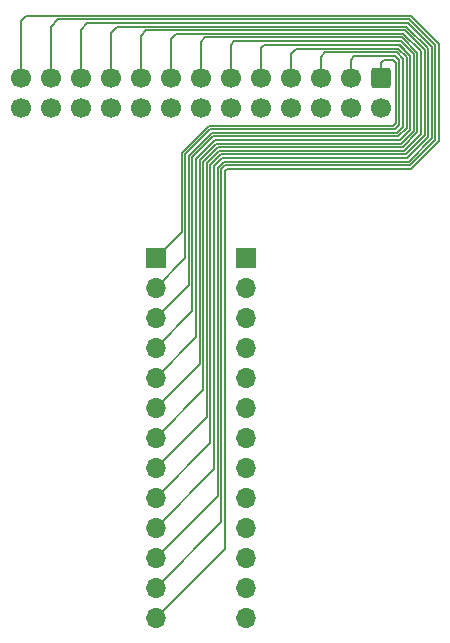
<source format=gbl>
%TF.GenerationSoftware,KiCad,Pcbnew,(6.0.2)*%
%TF.CreationDate,2022-02-16T12:22:25-06:00*%
%TF.ProjectId,BreadboardAdapter26,42726561-6462-46f6-9172-644164617074,rev?*%
%TF.SameCoordinates,Original*%
%TF.FileFunction,Copper,L2,Bot*%
%TF.FilePolarity,Positive*%
%FSLAX46Y46*%
G04 Gerber Fmt 4.6, Leading zero omitted, Abs format (unit mm)*
G04 Created by KiCad (PCBNEW (6.0.2)) date 2022-02-16 12:22:25*
%MOMM*%
%LPD*%
G01*
G04 APERTURE LIST*
G04 Aperture macros list*
%AMRoundRect*
0 Rectangle with rounded corners*
0 $1 Rounding radius*
0 $2 $3 $4 $5 $6 $7 $8 $9 X,Y pos of 4 corners*
0 Add a 4 corners polygon primitive as box body*
4,1,4,$2,$3,$4,$5,$6,$7,$8,$9,$2,$3,0*
0 Add four circle primitives for the rounded corners*
1,1,$1+$1,$2,$3*
1,1,$1+$1,$4,$5*
1,1,$1+$1,$6,$7*
1,1,$1+$1,$8,$9*
0 Add four rect primitives between the rounded corners*
20,1,$1+$1,$2,$3,$4,$5,0*
20,1,$1+$1,$4,$5,$6,$7,0*
20,1,$1+$1,$6,$7,$8,$9,0*
20,1,$1+$1,$8,$9,$2,$3,0*%
G04 Aperture macros list end*
%TA.AperFunction,ComponentPad*%
%ADD10RoundRect,0.250000X-0.600000X0.600000X-0.600000X-0.600000X0.600000X-0.600000X0.600000X0.600000X0*%
%TD*%
%TA.AperFunction,ComponentPad*%
%ADD11C,1.700000*%
%TD*%
%TA.AperFunction,ComponentPad*%
%ADD12R,1.700000X1.700000*%
%TD*%
%TA.AperFunction,ComponentPad*%
%ADD13O,1.700000X1.700000*%
%TD*%
%TA.AperFunction,Conductor*%
%ADD14C,0.152400*%
%TD*%
G04 APERTURE END LIST*
D10*
%TO.P,J1,1,Pin_1*%
%TO.N,Net-(J1-Pad1)*%
X151130000Y-39370000D03*
D11*
%TO.P,J1,2,Pin_2*%
%TO.N,Net-(J1-Pad2)*%
X151130000Y-41910000D03*
%TO.P,J1,3,Pin_3*%
%TO.N,Net-(J1-Pad3)*%
X148590000Y-39370000D03*
%TO.P,J1,4,Pin_4*%
%TO.N,Net-(J1-Pad4)*%
X148590000Y-41910000D03*
%TO.P,J1,5,Pin_5*%
%TO.N,Net-(J1-Pad5)*%
X146050000Y-39370000D03*
%TO.P,J1,6,Pin_6*%
%TO.N,Net-(J1-Pad6)*%
X146050000Y-41910000D03*
%TO.P,J1,7,Pin_7*%
%TO.N,Net-(J1-Pad7)*%
X143510000Y-39370000D03*
%TO.P,J1,8,Pin_8*%
%TO.N,Net-(J1-Pad8)*%
X143510000Y-41910000D03*
%TO.P,J1,9,Pin_9*%
%TO.N,Net-(J1-Pad9)*%
X140970000Y-39370000D03*
%TO.P,J1,10,Pin_10*%
%TO.N,Net-(J1-Pad10)*%
X140970000Y-41910000D03*
%TO.P,J1,11,Pin_11*%
%TO.N,Net-(J1-Pad11)*%
X138430000Y-39370000D03*
%TO.P,J1,12,Pin_12*%
%TO.N,Net-(J1-Pad12)*%
X138430000Y-41910000D03*
%TO.P,J1,13,Pin_13*%
%TO.N,Net-(J1-Pad13)*%
X135890000Y-39370000D03*
%TO.P,J1,14,Pin_14*%
%TO.N,Net-(J1-Pad14)*%
X135890000Y-41910000D03*
%TO.P,J1,15,Pin_15*%
%TO.N,Net-(J1-Pad15)*%
X133350000Y-39370000D03*
%TO.P,J1,16,Pin_16*%
%TO.N,Net-(J1-Pad16)*%
X133350000Y-41910000D03*
%TO.P,J1,17,Pin_17*%
%TO.N,Net-(J1-Pad17)*%
X130810000Y-39370000D03*
%TO.P,J1,18,Pin_18*%
%TO.N,Net-(J1-Pad18)*%
X130810000Y-41910000D03*
%TO.P,J1,19,Pin_19*%
%TO.N,Net-(J1-Pad19)*%
X128270000Y-39370000D03*
%TO.P,J1,20,Pin_20*%
%TO.N,Net-(J1-Pad20)*%
X128270000Y-41910000D03*
%TO.P,J1,21,Pin_21*%
%TO.N,Net-(J1-Pad21)*%
X125730000Y-39370000D03*
%TO.P,J1,22,Pin_22*%
%TO.N,Net-(J1-Pad22)*%
X125730000Y-41910000D03*
%TO.P,J1,23,Pin_23*%
%TO.N,Net-(J1-Pad23)*%
X123190000Y-39370000D03*
%TO.P,J1,24,Pin_24*%
%TO.N,Net-(J1-Pad24)*%
X123190000Y-41910000D03*
%TO.P,J1,25,Pin_25*%
%TO.N,Net-(J1-Pad25)*%
X120650000Y-39370000D03*
%TO.P,J1,26,Pin_26*%
%TO.N,Net-(J1-Pad26)*%
X120650000Y-41910000D03*
%TD*%
D12*
%TO.P,J3,1,Pin_1*%
%TO.N,Net-(J1-Pad2)*%
X139700000Y-54610000D03*
D13*
%TO.P,J3,2,Pin_2*%
%TO.N,Net-(J1-Pad4)*%
X139700000Y-57150000D03*
%TO.P,J3,3,Pin_3*%
%TO.N,Net-(J1-Pad6)*%
X139700000Y-59690000D03*
%TO.P,J3,4,Pin_4*%
%TO.N,Net-(J1-Pad8)*%
X139700000Y-62230000D03*
%TO.P,J3,5,Pin_5*%
%TO.N,Net-(J1-Pad10)*%
X139700000Y-64770000D03*
%TO.P,J3,6,Pin_6*%
%TO.N,Net-(J1-Pad12)*%
X139700000Y-67310000D03*
%TO.P,J3,7,Pin_7*%
%TO.N,Net-(J1-Pad14)*%
X139700000Y-69850000D03*
%TO.P,J3,8,Pin_8*%
%TO.N,Net-(J1-Pad16)*%
X139700000Y-72390000D03*
%TO.P,J3,9,Pin_9*%
%TO.N,Net-(J1-Pad18)*%
X139700000Y-74930000D03*
%TO.P,J3,10,Pin_10*%
%TO.N,Net-(J1-Pad20)*%
X139700000Y-77470000D03*
%TO.P,J3,11,Pin_11*%
%TO.N,Net-(J1-Pad22)*%
X139700000Y-80010000D03*
%TO.P,J3,12,Pin_12*%
%TO.N,Net-(J1-Pad24)*%
X139700000Y-82550000D03*
%TO.P,J3,13,Pin_13*%
%TO.N,Net-(J1-Pad26)*%
X139700000Y-85090000D03*
%TD*%
D12*
%TO.P,J2,1,Pin_1*%
%TO.N,Net-(J1-Pad1)*%
X132080000Y-54610000D03*
D13*
%TO.P,J2,2,Pin_2*%
%TO.N,Net-(J1-Pad3)*%
X132080000Y-57150000D03*
%TO.P,J2,3,Pin_3*%
%TO.N,Net-(J1-Pad5)*%
X132080000Y-59690000D03*
%TO.P,J2,4,Pin_4*%
%TO.N,Net-(J1-Pad7)*%
X132080000Y-62230000D03*
%TO.P,J2,5,Pin_5*%
%TO.N,Net-(J1-Pad9)*%
X132080000Y-64770000D03*
%TO.P,J2,6,Pin_6*%
%TO.N,Net-(J1-Pad11)*%
X132080000Y-67310000D03*
%TO.P,J2,7,Pin_7*%
%TO.N,Net-(J1-Pad13)*%
X132080000Y-69850000D03*
%TO.P,J2,8,Pin_8*%
%TO.N,Net-(J1-Pad15)*%
X132080000Y-72390000D03*
%TO.P,J2,9,Pin_9*%
%TO.N,Net-(J1-Pad17)*%
X132080000Y-74930000D03*
%TO.P,J2,10,Pin_10*%
%TO.N,Net-(J1-Pad19)*%
X132080000Y-77470000D03*
%TO.P,J2,11,Pin_11*%
%TO.N,Net-(J1-Pad21)*%
X132080000Y-80010000D03*
%TO.P,J2,12,Pin_12*%
%TO.N,Net-(J1-Pad23)*%
X132080000Y-82550000D03*
%TO.P,J2,13,Pin_13*%
%TO.N,Net-(J1-Pad25)*%
X132080000Y-85090000D03*
%TD*%
D14*
%TO.N,Net-(J1-Pad1)*%
X151384000Y-37846000D02*
X152146000Y-37846000D01*
X152400000Y-43180000D02*
X152146000Y-43434000D01*
X151130000Y-39370000D02*
X151130000Y-38100000D01*
X136567521Y-43434000D02*
X134270160Y-45731361D01*
X152400000Y-38100000D02*
X152400000Y-43180000D01*
X134270160Y-52419840D02*
X132080000Y-54610000D01*
X152146000Y-43434000D02*
X136567521Y-43434000D01*
X152146000Y-37846000D02*
X152400000Y-38100000D01*
X151130000Y-38100000D02*
X151384000Y-37846000D01*
X134270160Y-45731361D02*
X134270160Y-52419840D01*
%TO.N,Net-(J1-Pad3)*%
X132080000Y-57150000D02*
X134574480Y-54655520D01*
X152704320Y-43383680D02*
X152704320Y-37896320D01*
X138684000Y-43738320D02*
X152349680Y-43738320D01*
X134574480Y-45857414D02*
X136693574Y-43738320D01*
X148590000Y-37846000D02*
X148590000Y-39370000D01*
X152349680Y-43738320D02*
X152704320Y-43383680D01*
X152349680Y-37541680D02*
X148894320Y-37541680D01*
X152704320Y-37896320D02*
X152349680Y-37541680D01*
X136693574Y-43738320D02*
X140411680Y-43738320D01*
X148894320Y-37541680D02*
X148590000Y-37846000D01*
X134574480Y-54655520D02*
X134574480Y-45857414D01*
%TO.N,Net-(J1-Pad5)*%
X146404640Y-37237360D02*
X146050000Y-37592000D01*
X137581629Y-44042640D02*
X141478000Y-44042640D01*
X152475733Y-37237360D02*
X146404640Y-37237360D01*
X134878800Y-56891200D02*
X134878800Y-45983467D01*
X136819627Y-44042640D02*
X139800640Y-44042640D01*
X153008640Y-43509734D02*
X153008640Y-37770267D01*
X134878800Y-45983467D02*
X136819627Y-44042640D01*
X138684000Y-44042640D02*
X152475734Y-44042640D01*
X152475734Y-44042640D02*
X153008640Y-43509734D01*
X146050000Y-37592000D02*
X146050000Y-39370000D01*
X132080000Y-59690000D02*
X134878800Y-56891200D01*
X153008640Y-37770267D02*
X152475733Y-37237360D01*
%TO.N,Net-(J1-Pad7)*%
X136945680Y-44346960D02*
X135183120Y-46109520D01*
X135183120Y-59126880D02*
X132080000Y-62230000D01*
X143914960Y-36933040D02*
X152601786Y-36933040D01*
X143510000Y-39370000D02*
X143510000Y-37338000D01*
X153312960Y-37644214D02*
X153312960Y-43635787D01*
X152601787Y-44346960D02*
X138684000Y-44346960D01*
X135183120Y-46109520D02*
X135183120Y-59126880D01*
X152601786Y-36933040D02*
X153312960Y-37644214D01*
X153312960Y-43635787D02*
X152601787Y-44346960D01*
X140462000Y-44346960D02*
X136945680Y-44346960D01*
X143510000Y-37338000D02*
X143914960Y-36933040D01*
%TO.N,Net-(J1-Pad9)*%
X152727840Y-44651280D02*
X153617280Y-43761841D01*
X140970000Y-36830000D02*
X141224000Y-36576000D01*
X135487440Y-61362560D02*
X135487440Y-46235573D01*
X153617280Y-37518160D02*
X152727840Y-36628720D01*
X140970000Y-39370000D02*
X140970000Y-36830000D01*
X137071733Y-44651280D02*
X152727840Y-44651280D01*
X132080000Y-64770000D02*
X135487440Y-61362560D01*
X153617280Y-37518161D02*
X153617280Y-43761841D01*
X141224000Y-36576000D02*
X152675119Y-36576000D01*
X152675119Y-36576000D02*
X153617280Y-37518161D01*
X153617280Y-43761841D02*
X153617280Y-37518160D01*
X135487440Y-46235573D02*
X137071733Y-44651280D01*
%TO.N,Net-(J1-Pad11)*%
X152853893Y-44955600D02*
X153921600Y-43887895D01*
X135791760Y-46361626D02*
X137197786Y-44955600D01*
X138430000Y-36576000D02*
X138430000Y-39370000D01*
X135791760Y-63598240D02*
X135791760Y-46361626D01*
X152801172Y-36271680D02*
X138734320Y-36271680D01*
X153921600Y-43887895D02*
X153921600Y-37392108D01*
X138734320Y-36271680D02*
X138430000Y-36576000D01*
X153921600Y-37392108D02*
X152801172Y-36271680D01*
X132080000Y-67310000D02*
X135791760Y-63598240D01*
X137197786Y-44955600D02*
X152853893Y-44955600D01*
%TO.N,Net-(J1-Pad13)*%
X154225920Y-37266055D02*
X152927225Y-35967360D01*
X154225920Y-44013949D02*
X154225920Y-37266055D01*
X136096080Y-46487679D02*
X137323839Y-45259920D01*
X152927225Y-35967360D02*
X136244640Y-35967360D01*
X136096080Y-65833920D02*
X136096080Y-46487679D01*
X135890000Y-36322000D02*
X135890000Y-39370000D01*
X136244640Y-35967360D02*
X135890000Y-36322000D01*
X152979946Y-45259920D02*
X154225920Y-44013949D01*
X137323839Y-45259920D02*
X152979946Y-45259920D01*
X132080000Y-69850000D02*
X136096080Y-65833920D01*
%TO.N,Net-(J1-Pad15)*%
X154530240Y-44139999D02*
X153105999Y-45564240D01*
X154530240Y-37140002D02*
X154530240Y-44040240D01*
X154530240Y-44040240D02*
X154530240Y-44140003D01*
X133754960Y-35663040D02*
X153053278Y-35663040D01*
X133350000Y-39370000D02*
X133350000Y-36068000D01*
X136400400Y-46613732D02*
X136400400Y-68069600D01*
X153053278Y-35663040D02*
X154530240Y-37140002D01*
X153105999Y-45564240D02*
X137449892Y-45564240D01*
X154530240Y-44040240D02*
X154530240Y-44139999D01*
X136400400Y-68069600D02*
X132080000Y-72390000D01*
X137449892Y-45564240D02*
X136400400Y-46613732D01*
X133350000Y-36068000D02*
X133754960Y-35663040D01*
%TO.N,Net-(J1-Pad17)*%
X154834560Y-44266053D02*
X153232052Y-45868560D01*
X136704720Y-70305280D02*
X136704720Y-46739784D01*
X153232052Y-45868560D02*
X138684000Y-45868560D01*
X130810000Y-35814000D02*
X131265280Y-35358720D01*
X136704720Y-46739784D02*
X137575945Y-45868560D01*
X137575945Y-45868560D02*
X139446000Y-45868560D01*
X130810000Y-39370000D02*
X130810000Y-35814000D01*
X153179331Y-35358720D02*
X154834560Y-37013949D01*
X131265280Y-35358720D02*
X153179331Y-35358720D01*
X132080000Y-74930000D02*
X136704720Y-70305280D01*
X154834560Y-37013949D02*
X154834560Y-44266053D01*
%TO.N,Net-(J1-Pad19)*%
X137009040Y-72540960D02*
X137009040Y-46865838D01*
X128775600Y-35054400D02*
X128270000Y-35560000D01*
X153358105Y-46172880D02*
X155138880Y-44392107D01*
X155138880Y-36887896D02*
X153305384Y-35054400D01*
X155138880Y-44392107D02*
X155138880Y-36887896D01*
X153305384Y-35054400D02*
X128775600Y-35054400D01*
X128270000Y-35560000D02*
X128270000Y-39370000D01*
X137701998Y-46172880D02*
X153358105Y-46172880D01*
X132080000Y-77470000D02*
X137009040Y-72540960D01*
X137009040Y-46865838D02*
X137701998Y-46172880D01*
%TO.N,Net-(J1-Pad21)*%
X153431437Y-34750080D02*
X126285920Y-34750080D01*
X153479358Y-46482000D02*
X155443200Y-44518158D01*
X155443200Y-36761843D02*
X153431437Y-34750080D01*
X155443200Y-44518158D02*
X155443200Y-36761843D01*
X132080000Y-80010000D02*
X137313360Y-74776640D01*
X125730000Y-35306000D02*
X125730000Y-39370000D01*
X126285920Y-34750080D02*
X125730000Y-35306000D01*
X137313360Y-74776640D02*
X137313360Y-46991892D01*
X137313360Y-46991892D02*
X137823252Y-46482000D01*
X137823252Y-46482000D02*
X153479358Y-46482000D01*
%TO.N,Net-(J1-Pad23)*%
X137617680Y-47117946D02*
X137949311Y-46786315D01*
X155747520Y-44644211D02*
X153605411Y-46786320D01*
X123190000Y-35052000D02*
X123796240Y-34445760D01*
X132080000Y-82550000D02*
X137617680Y-77012320D01*
X123796240Y-34445760D02*
X153557490Y-34445760D01*
X137949305Y-46786317D02*
X139700000Y-46786317D01*
X123190000Y-39370000D02*
X123190000Y-35052000D01*
X137617680Y-77012320D02*
X137617680Y-47117946D01*
X153605411Y-46786320D02*
X139700000Y-46786320D01*
X155747520Y-36635790D02*
X155747520Y-44644211D01*
X153557490Y-34445760D02*
X155747520Y-36635790D01*
%TO.N,Net-(J1-Pad25)*%
X156051840Y-44770264D02*
X156051840Y-36509737D01*
X137922000Y-47244000D02*
X138075365Y-47090635D01*
X137922000Y-79248000D02*
X137922000Y-47244000D01*
X121052560Y-34141440D02*
X120650000Y-34544000D01*
X138075365Y-47090635D02*
X153731468Y-47090635D01*
X153731464Y-47090640D02*
X156051840Y-44770264D01*
X156051840Y-36509737D02*
X153683543Y-34141440D01*
X120650000Y-34544000D02*
X120650000Y-39370000D01*
X132080000Y-85090000D02*
X137922000Y-79248000D01*
X153683543Y-34141440D02*
X121052560Y-34141440D01*
%TD*%
M02*

</source>
